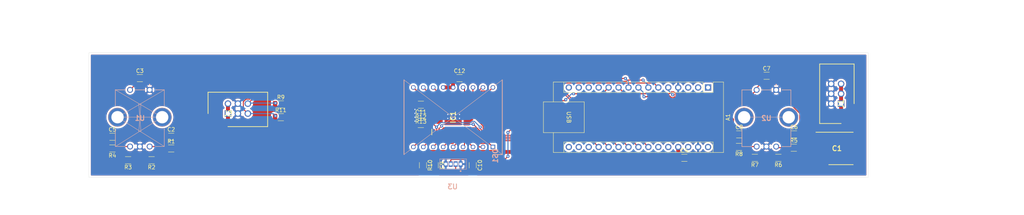
<source format=kicad_pcb>
(kicad_pcb (version 20240108) (generator "pcbnew") (generator_version "8.0")
  (layers (0 "F.Cu" signal) (31 "B.Cu" signal) (34 "B.Paste" user) (35 "F.Paste" user) (36 "B.SilkS" user "B.Silkscreen") (37 "F.SilkS" user "F.Silkscreen") (38 "B.Mask" user) (39 "F.Mask" user) (44 "Edge.Cuts" user))
  (net 0 "")
  (net 1 "GNDD")
  (net 4 "+5V")
  (net 5 "Net-(A1-D3)")
  (net 8 "blank")
  (net 9 "SDA")
  (net 11 "data")
  (net 12 "xlat")
  (net 13 "sclk")
  (net 14 "Net-(A1-D5)")
  (net 15 "SCL")
  (net 18 "Net-(A1-D4)")
  (net 20 "Net-(DS1-SEGMENT_\"A1\")")
  (net 21 "Net-(DS1-SEGMENT_\"C1\")")
  (net 22 "Net-(DS1-SEGMENT_\"B1\")")
  (net 23 "Net-(DS1-SEGMENT_\"C2\")")
  (net 24 "Net-(DS1-SEGMENT_\"B2\")")
  (net 25 "Net-(DS1-D.P2)")
  (net 29 "Net-(DS1-SEGMENT_\"A2\")")
  (net 30 "Net-(DS1-SEGMENT_\"D1\")")
  (net 31 "Net-(DS1-D.P1)")
  (net 32 "Net-(DS1-SEGMENT_\"G2\")")
  (net 33 "Net-(U1-CHANNEL_A)")
  (net 34 "Net-(U1-CHANNEL_B)")
  (net 35 "Net-(DS1-SEGMENT_\"F1\")")
  (net 36 "Net-(DS1-SEGMENT_\"E1\")")
  (net 37 "Net-(DS1-SEGMENT_\"G1\")")
  (net 38 "Net-(DS1-SEGMENT_\"F2\")")
  (net 39 "Net-(DS1-SEGMENT_\"D2\")")
  (net 40 "Net-(DS1-SEGMENT_\"E2\")")
  (net 41 "Net-(U3-VS)")
  (net 42 "Net-(U2-CHANNEL_A)")
  (net 43 "Net-(U2-CHANNEL_B)")
  (net 52 "Net-(IC1-IREF)")
  (net 56 "IR")
  (net 57 "Net-(A1-D6)")
  (net 58 "Net-(A1-D7)")
  (net 59 "unconnected-(A1-D12-Pad15)")
  (net 64 "Net-(A1-D2)")
  (footprint "Capacitor_SMD:C_1206_3216Metric" (layer "F.Cu") (at 223.05 104.39)
    (property "Reference" "C8" (at 0 -1.85 0) (layer "F.SilkS"))
    (property "Value" "0.01uf")
    (pad "1" smd roundrect (at -1.475 0) (size 1.15 1.8) (layers "F.Cu" "F.Paste" "F.Mask") (roundrect_rratio 0.217391) (net 14 "Net-(A1-D5)"))
    (pad "2" smd roundrect (at 1.475 0) (size 1.15 1.8) (layers "F.Cu" "F.Paste" "F.Mask") (roundrect_rratio 0.217391) (net 1 "GNDD"))
  )
  (footprint "Capacitor_SMD:C_1206_3216Metric" (layer "F.Cu") (at 63 105)
    (property "Reference" "C5" (at 0 -1.85 0) (layer "F.SilkS"))
    (property "Value" "0.01uf")
    (pad "1" smd roundrect (at -1.475 0) (size 1.15 1.8) (layers "F.Cu" "F.Paste" "F.Mask") (roundrect_rratio 0.217391) (net 18 "Net-(A1-D4)"))
    (pad "2" smd roundrect (at 1.475 0) (size 1.15 1.8) (layers "F.Cu" "F.Paste" "F.Mask") (roundrect_rratio 0.217391) (net 1 "GNDD"))
  )
  (footprint "Capacitor_SMD:C_1206_3216Metric" (layer "F.Cu") (at 237.05 104.39)
    (property "Reference" "C6" (at 0 -1.85 0) (layer "F.SilkS"))
    (property "Value" "0.01uf")
    (pad "1" smd roundrect (at -1.475 0) (size 1.15 1.8) (layers "F.Cu" "F.Paste" "F.Mask") (roundrect_rratio 0.217391) (net 1 "GNDD"))
    (pad "2" smd roundrect (at 1.475 0) (size 1.15 1.8) (layers "F.Cu" "F.Paste" "F.Mask") (roundrect_rratio 0.217391) (net 64 "Net-(A1-D2)"))
  )
  (footprint "Capacitor_SMD:C_1206_3216Metric" (layer "F.Cu") (at 151.63 90)
    (property "Reference" "C12" (at 0 -1.85 0) (layer "F.SilkS"))
    (property "Value" "1uf")
    (pad "1" smd roundrect (at -1.475 0) (size 1.15 1.8) (layers "F.Cu" "F.Paste" "F.Mask") (roundrect_rratio 0.217391) (net 4 "+5V"))
    (pad "2" smd roundrect (at 1.475 0) (size 1.15 1.8) (layers "F.Cu" "F.Paste" "F.Mask") (roundrect_rratio 0.217391) (net 1 "GNDD"))
  )
  (footprint "Resistor_SMD:R_1206_3216Metric" (layer "F.Cu") (at 233.05 110.39 180)
    (property "Reference" "R6" (at 0 -1.82 0) (layer "F.SilkS"))
    (property "Value" "10k")
    (pad "1" smd roundrect (at -1.4625 0 180) (size 1.125 1.75) (layers "F.Cu" "F.Paste" "F.Mask") (roundrect_rratio 0.222222) (net 42 "Net-(U2-CHANNEL_A)"))
    (pad "2" smd roundrect (at 1.4625 0 180) (size 1.125 1.75) (layers "F.Cu" "F.Paste" "F.Mask") (roundrect_rratio 0.222222) (net 4 "+5V"))
  )
  (footprint "Resistor_SMD:R_1206_3216Metric" (layer "F.Cu") (at 63 108 180)
    (property "Reference" "R4" (at 0 -1.82 0) (layer "F.SilkS"))
    (property "Value" "10k")
    (pad "1" smd roundrect (at -1.4625 0 180) (size 1.125 1.75) (layers "F.Cu" "F.Paste" "F.Mask") (roundrect_rratio 0.222222) (net 34 "Net-(U1-CHANNEL_B)"))
    (pad "2" smd roundrect (at 1.4625 0 180) (size 1.125 1.75) (layers "F.Cu" "F.Paste" "F.Mask") (roundrect_rratio 0.222222) (net 18 "Net-(A1-D4)"))
  )
  (footprint "Resistor_SMD:R_1206_3216Metric" (layer "F.Cu") (at 223 107.6 180)
    (property "Reference" "R8" (at 0 -1.82 0) (layer "F.SilkS"))
    (property "Value" "10k")
    (pad "1" smd roundrect (at -1.4625 0 180) (size 1.125 1.75) (layers "F.Cu" "F.Paste" "F.Mask") (roundrect_rratio 0.222222) (net 43 "Net-(U2-CHANNEL_B)"))
    (pad "2" smd roundrect (at 1.4625 0 180) (size 1.125 1.75) (layers "F.Cu" "F.Paste" "F.Mask") (roundrect_rratio 0.222222) (net 14 "Net-(A1-D5)"))
  )
  (footprint "Resistor_SMD:R_1206_3216Metric" (layer "F.Cu") (at 227.05 110.39 180)
    (property "Reference" "R7" (at 0 -1.82 0) (layer "F.SilkS"))
    (property "Value" "10k")
    (pad "1" smd roundrect (at -1.4625 0 180) (size 1.125 1.75) (layers "F.Cu" "F.Paste" "F.Mask") (roundrect_rratio 0.222222) (net 4 "+5V"))
    (pad "2" smd roundrect (at 1.4625 0 180) (size 1.125 1.75) (layers "F.Cu" "F.Paste" "F.Mask") (roundrect_rratio 0.222222) (net 43 "Net-(U2-CHANNEL_B)"))
  )
  (footprint "Capacitor_SMD:C_1206_3216Metric" (layer "F.Cu") (at 209.05 110.39)
    (property "Reference" "C4" (at 0 -1.85 0) (layer "F.SilkS"))
    (property "Value" ".1uf")
    (pad "1" smd roundrect (at -1.475 0) (size 1.15 1.8) (layers "F.Cu" "F.Paste" "F.Mask") (roundrect_rratio 0.217391) (net 4 "+5V"))
    (pad "2" smd roundrect (at 1.475 0) (size 1.15 1.8) (layers "F.Cu" "F.Paste" "F.Mask") (roundrect_rratio 0.217391) (net 1 "GNDD"))
  )
  (footprint "Resistor_SMD:R_1206_3216Metric" (layer "F.Cu") (at 106 100)
    (property "Reference" "R11" (at 0 -1.82 0) (layer "F.SilkS"))
    (property "Value" "4.7k")
    (pad "1" smd roundrect (at -1.4625 0) (size 1.125 1.75) (layers "F.Cu" "F.Paste" "F.Mask") (roundrect_rratio 0.222222) (net 15 "SCL"))
    (pad "2" smd roundrect (at 1.4625 0) (size 1.125 1.75) (layers "F.Cu" "F.Paste" "F.Mask") (roundrect_rratio 0.222222) (net 4 "+5V"))
  )
  (footprint "Resistor_SMD:R_1206_3216Metric" (layer "F.Cu") (at 141.77 99.3 180)
    (property "Reference" "R13" (at 0 -1.82 0) (layer "F.SilkS"))
    (property "Value" "2.46k")
    (pad "1" smd roundrect (at -1.4625 0 180) (size 1.125 1.75) (layers "F.Cu" "F.Paste" "F.Mask") (roundrect_rratio 0.222222) (net 52 "Net-(IC1-IREF)"))
    (pad "2" smd roundrect (at 1.4625 0 180) (size 1.125 1.75) (layers "F.Cu" "F.Paste" "F.Mask") (roundrect_rratio 0.222222) (net 1 "GNDD"))
  )
  (footprint "Resistor_SMD:R_1206_3216Metric" (layer "F.Cu") (at 73 111 180)
    (property "Reference" "R2" (at 0 -1.82 0) (layer "F.SilkS"))
    (property "Value" "10k")
    (pad "1" smd roundrect (at -1.4625 0 180) (size 1.125 1.75) (layers "F.Cu" "F.Paste" "F.Mask") (roundrect_rratio 0.222222) (net 33 "Net-(U1-CHANNEL_A)"))
    (pad "2" smd roundrect (at 1.4625 0 180) (size 1.125 1.75) (layers "F.Cu" "F.Paste" "F.Mask") (roundrect_rratio 0.222222) (net 4 "+5V"))
  )
  (footprint "Resistor_SMD:R_1206_3216Metric" (layer "F.Cu") (at 78 108)
    (property "Reference" "R1" (at 0 -1.82 0) (layer "F.SilkS"))
    (property "Value" "10k")
    (pad "1" smd roundrect (at -1.4625 0) (size 1.125 1.75) (layers "F.Cu" "F.Paste" "F.Mask") (roundrect_rratio 0.222222) (net 33 "Net-(U1-CHANNEL_A)"))
    (pad "2" smd roundrect (at 1.4625 0) (size 1.125 1.75) (layers "F.Cu" "F.Paste" "F.Mask") (roundrect_rratio 0.222222) (net 5 "Net-(A1-D3)"))
  )
  (footprint "Resistor_SMD:R_1206_3216Metric" (layer "F.Cu") (at 141.75 101.75)
    (property "Reference" "R12" (at 0 -1.82 0) (layer "F.SilkS"))
    (property "Value" "10k")
    (pad "1" smd roundrect (at -1.4625 0) (size 1.125 1.75) (layers "F.Cu" "F.Paste" "F.Mask") (roundrect_rratio 0.222222) (net 1 "GNDD"))
    (pad "2" smd roundrect (at 1.4625 0) (size 1.125 1.75) (layers "F.Cu" "F.Paste" "F.Mask") (roundrect_rratio 0.222222) (net 8 "blank"))
  )
  (footprint "Samacsys:SHDR6W64P254_2X3_1522X880X920P" (layer "F.Cu") (at 92.5 99.07)
    (property "Reference" "J2" (at 0 0 0) (layer "F.SilkS") (effects (font (size 1.27 1.27) (thickness 0.254))))
    (property "Value" "BHR-06-VUA" (hide yes))
    (pad "1" thru_hole rect (at 0 0) (size 1.65 1.65) (drill 1.1) (layers "*.Cu" "*.Mask") (net 4 "+5V"))
    (pad "2" thru_hole circle (at 0 -2.54) (size 1.65 1.65) (drill 1.1) (layers "*.Cu" "*.Mask") (net 4 "+5V"))
    (pad "3" thru_hole circle (at 2.54 0) (size 1.65 1.65) (drill 1.1) (layers "*.Cu" "*.Mask") (net 1 "GNDD"))
    (pad "4" thru_hole circle (at 2.54 -2.54) (size 1.65 1.65) (drill 1.1) (layers "*.Cu" "*.Mask") (net 1 "GNDD"))
    (pad "5" thru_hole circle (at 5.08 0) (size 1.65 1.65) (drill 1.1) (layers "*.Cu" "*.Mask") (net 15 "SCL"))
    (pad "6" thru_hole circle (at 5.08 -2.54) (size 1.65 1.65) (drill 1.1) (layers "*.Cu" "*.Mask") (net 9 "SDA"))
  )
  (footprint "Samacsys:CAPAE830X1050N" (layer "F.Cu") (at 248 108)
    (property "Reference" "C1" (at 0 0 0) (layer "F.SilkS") (effects (font (size 1.27 1.27) (thickness 0.254))))
    (property "Value" "UUD1V101MNL1GS" (hide yes))
    (pad "1" smd rect (at -3.35 0 90) (size 2.15 4) (layers "F.Cu" "F.Paste" "F.Mask") (net 4 "+5V"))
    (pad "2" smd rect (at 3.35 0 90) (size 2.15 4) (layers "F.Cu" "F.Paste" "F.Mask") (net 1 "GNDD"))
  )
  (footprint "Resistor_SMD:R_1206_3216Metric" (layer "F.Cu") (at 67 111 180)
    (property "Reference" "R3" (at 0 -1.82 0) (layer "F.SilkS"))
    (property "Value" "10k")
    (pad "1" smd roundrect (at -1.4625 0 180) (size 1.125 1.75) (layers "F.Cu" "F.Paste" "F.Mask") (roundrect_rratio 0.222222) (net 4 "+5V"))
    (pad "2" smd roundrect (at 1.4625 0 180) (size 1.125 1.75) (layers "F.Cu" "F.Paste" "F.Mask") (roundrect_rratio 0.222222) (net 34 "Net-(U1-CHANNEL_B)"))
  )
  (footprint "Capacitor_SMD:C_1206_3216Metric" (layer "F.Cu") (at 78 105)
    (property "Reference" "C2" (at 0 -1.85 0) (layer "F.SilkS"))
    (property "Value" "0.01uf")
    (pad "1" smd roundrect (at -1.475 0) (size 1.15 1.8) (layers "F.Cu" "F.Paste" "F.Mask") (roundrect_rratio 0.217391) (net 1 "GNDD"))
    (pad "2" smd roundrect (at 1.475 0) (size 1.15 1.8) (layers "F.Cu" "F.Paste" "F.Mask") (roundrect_rratio 0.217391) (net 5 "Net-(A1-D3)"))
  )
  (footprint "Samacsys:SOP65P810X120-33N" (layer "F.Cu") (at 150 100 90)
    (property "Reference" "IC1" (at 0 0 90) (layer "F.SilkS") (effects (font (size 1.27 1.27) (thickness 0.254))))
    (property "Value" "TLC5947DAPR" (hide yes))
    (pad "1" smd rect (at -3.788 -4.875 180) (size 0.45 1.475) (layers "F.Cu" "F.Paste" "F.Mask") (net 1 "GNDD"))
    (pad "2" smd rect (at -3.788 -4.225 180) (size 0.45 1.475) (layers "F.Cu" "F.Paste" "F.Mask") (net 8 "blank"))
    (pad "3" smd rect (at -3.788 -3.575 180) (size 0.45 1.475) (layers "F.Cu" "F.Paste" "F.Mask") (net 13 "sclk"))
    (pad "4" smd rect (at -3.788 -2.925 180) (size 0.45 1.475) (layers "F.Cu" "F.Paste" "F.Mask") (net 11 "data"))
    (pad "5" smd rect (at -3.788 -2.275 180) (size 0.45 1.475) (layers "F.Cu" "F.Paste" "F.Mask"))
    (pad "6" smd rect (at -3.788 -1.625 180) (size 0.45 1.475) (layers "F.Cu" "F.Paste" "F.Mask"))
    (pad "7" smd rect (at -3.788 -0.975 180) (size 0.45 1.475) (layers "F.Cu" "F.Paste" "F.Mask"))
    (pad "8" smd rect (at -3.788 -0.325 180) (size 0.45 1.475) (layers "F.Cu" "F.Paste" "F.Mask") (net 25 "Net-(DS1-D.P2)"))
    (pad "9" smd rect (at -3.788 0.325 180) (size 0.45 1.475) (layers "F.Cu" "F.Paste" "F.Mask") (net 23 "Net-(DS1-SEGMENT_\"C2\")"))
    (pad "10" smd rect (at -3.788 0.975 180) (size 0.45 1.475) (layers "F.Cu" "F.Paste" "F.Mask") (net 32 "Net-(DS1-SEGMENT_\"G2\")"))
    (pad "11" smd rect (at -3.788 1.625 180) (size 0.45 1.475) (layers "F.Cu" "F.Paste" "F.Mask") (net 39 "Net-(DS1-SEGMENT_\"D2\")"))
    (pad "12" smd rect (at -3.788 2.275 180) (size 0.45 1.475) (layers "F.Cu" "F.Paste" "F.Mask") (net 40 "Net-(DS1-SEGMENT_\"E2\")"))
    (pad "13" smd rect (at -3.788 2.925 180) (size 0.45 1.475) (layers "F.Cu" "F.Paste" "F.Mask") (net 31 "Net-(DS1-D.P1)"))
    (pad "14" smd rect (at -3.788 3.575 180) (size 0.45 1.475) (layers "F.Cu" "F.Paste" "F.Mask") (net 21 "Net-(DS1-SEGMENT_\"C1\")"))
    (pad "15" smd rect (at -3.788 4.225 180) (size 0.45 1.475) (layers "F.Cu" "F.Paste" "F.Mask") (net 30 "Net-(DS1-SEGMENT_\"D1\")"))
    (pad "16" smd rect (at -3.788 4.875 180) (size 0.45 1.475) (layers "F.Cu" "F.Paste" "F.Mask") (net 36 "Net-(DS1-SEGMENT_\"E1\")"))
    (pad "17" smd rect (at 3.788 4.875 180) (size 0.45 1.475) (layers "F.Cu" "F.Paste" "F.Mask") (net 35 "Net-(DS1-SEGMENT_\"F1\")"))
    (pad "18" smd rect (at 3.788 4.225 180) (size 0.45 1.475) (layers "F.Cu" "F.Paste" "F.Mask") (net 37 "Net-(DS1-SEGMENT_\"G1\")"))
    (pad "19" smd rect (at 3.788 3.575 180) (size 0.45 1.475) (layers "F.Cu" "F.Paste" "F.Mask") (net 20 "Net-(DS1-SEGMENT_\"A1\")"))
    (pad "20" smd rect (at 3.788 2.925 180) (size 0.45 1.475) (layers "F.Cu" "F.Paste" "F.Mask") (net 22 "Net-(DS1-SEGMENT_\"B1\")"))
    (pad "21" smd rect (at 3.788 2.275 180) (size 0.45 1.475) (layers "F.Cu" "F.Paste" "F.Mask") (net 38 "Net-(DS1-SEGMENT_\"F2\")"))
    (pad "22" smd rect (at 3.788 1.625 180) (size 0.45 1.475) (layers "F.Cu" "F.Paste" "F.Mask") (net 29 "Net-(DS1-SEGMENT_\"A2\")"))
    (pad "23" smd rect (at 3.788 0.975 180) (size 0.45 1.475) (layers "F.Cu" "F.Paste" "F.Mask") (net 24 "Net-(DS1-SEGMENT_\"B2\")"))
    (pad "24" smd rect (at 3.788 0.325 180) (size 0.45 1.475) (layers "F.Cu" "F.Paste" "F.Mask"))
    (pad "25" smd rect (at 3.788 -0.325 180) (size 0.45 1.475) (layers "F.Cu" "F.Paste" "F.Mask"))
    (pad "26" smd rect (at 3.788 -0.975 180) (size 0.45 1.475) (layers "F.Cu" "F.Paste" "F.Mask"))
    (pad "27" smd rect (at 3.788 -1.625 180) (size 0.45 1.475) (layers "F.Cu" "F.Paste" "F.Mask"))
    (pad "28" smd rect (at 3.788 -2.275 180) (size 0.45 1.475) (layers "F.Cu" "F.Paste" "F.Mask"))
    (pad "29" smd rect (at 3.788 -2.925 180) (size 0.45 1.475) (layers "F.Cu" "F.Paste" "F.Mask"))
    (pad "30" smd rect (at 3.788 -3.575 180) (size 0.45 1.475) (layers "F.Cu" "F.Paste" "F.Mask") (net 12 "xlat"))
    (pad "31" smd rect (at 3.788 -4.225 180) (size 0.45 1.475) (layers "F.Cu" "F.Paste" "F.Mask") (net 52 "Net-(IC1-IREF)"))
    (pad "32" smd rect (at 3.788 -4.875 180) (size 0.45 1.475) (layers "F.Cu" "F.Paste" "F.Mask") (net 4 "+5V"))
    (pad "33" smd rect (at 0 0 90) (size 4.11 4.36) (layers "F.Cu" "F.Paste" "F.Mask") (net 1 "GNDD"))
  )
  (footprint "Resistor_SMD:R_1206_3216Metric" (layer "F.Cu") (at 106 96.71)
    (property "Reference" "R9" (at 0 -1.82 0) (layer "F.SilkS"))
    (property "Value" "4.7k")
    (pad "1" smd roundrect (at -1.4625 0) (size 1.125 1.75) (layers "F.Cu" "F.Paste" "F.Mask") (roundrect_rratio 0.222222) (net 9 "SDA"))
    (pad "2" smd roundrect (at 1.4625 0) (size 1.125 1.75) (layers "F.Cu" "F.Paste" "F.Mask") (roundrect_rratio 0.222222) (net 4 "+5V"))
  )
  (footprint "Module:Arduino_Nano" (layer "F.Cu") (at 215.1 92.39 -90)
    (property "Reference" "A1" (at 7.62 -5.08 90) (layer "F.SilkS"))
    (property "Value" "Arduino_Nano_v3.x")
    (fp_text user "USB" (at 7.62 35.56 -90) (layer "F.SilkS"))
    (pad "1" thru_hole rect (at 0 0 270) (size 1.6 1.6) (drill 1) (layers "*.Cu" "*.Mask"))
    (pad "2" thru_hole oval (at 0 2.54 270) (size 1.6 1.6) (drill 1) (layers "*.Cu" "*.Mask"))
    (pad "3" thru_hole oval (at 0 5.08 270) (size 1.6 1.6) (drill 1) (layers "*.Cu" "*.Mask"))
    (pad "4" thru_hole oval (at 0 7.62 270) (size 1.6 1.6) (drill 1) (layers "*.Cu" "*.Mask") (net 1 "GNDD"))
    (pad "5" thru_hole oval (at 0 10.16 270) (size 1.6 1.6) (drill 1) (layers "*.Cu" "*.Mask") (net 64 "Net-(A1-D2)"))
    (pad "6" thru_hole oval (at 0 12.7 270) (size 1.6 1.6) (drill 1) (layers "*.Cu" "*.Mask") (net 5 "Net-(A1-D3)"))
    (pad "7" thru_hole oval (at 0 15.24 270) (size 1.6 1.6) (drill 1) (layers "*.Cu" "*.Mask") (net 18 "Net-(A1-D4)"))
    (pad "8" thru_hole oval (at 0 17.78 270) (size 1.6 1.6) (drill 1) (layers "*.Cu" "*.Mask") (net 14 "Net-(A1-D5)"))
    (pad "9" thru_hole oval (at 0 20.32 270) (size 1.6 1.6) (drill 1) (layers "*.Cu" "*.Mask") (net 57 "Net-(A1-D6)"))
    (pad "10" thru_hole oval (at 0 22.86 270) (size 1.6 1.6) (drill 1) (layers "*.Cu" "*.Mask") (net 58 "Net-(A1-D7)"))
    (pad "11" thru_hole oval (at 0 25.4 270) (size 1.6 1.6) (drill 1) (layers "*.Cu" "*.Mask") (net 56 "IR"))
    (pad "12" thru_hole oval (at 0 27.94 270) (size 1.6 1.6) (drill 1) (layers "*.Cu" "*.Mask"))
    (pad "13" thru_hole oval (at 0 30.48 270) (size 1.6 1.6) (drill 1) (layers "*.Cu" "*.Mask"))
    (pad "14" thru_hole oval (at 0 33.02 270) (size 1.6 1.6) (drill 1) (layers "*.Cu" "*.Mask"))
    (pad "15" thru_hole oval (at 0 35.56 270) (size 1.6 1.6) (drill 1) (layers "*.Cu" "*.Mask") (net 59 "unconnected-(A1-D12-Pad15)"))
    (pad "16" thru_hole oval (at 15.24 35.56 270) (size 1.6 1.6) (drill 1) (layers "*.Cu" "*.Mask"))
    (pad "17" thru_hole oval (at 15.24 33.02 270) (size 1.6 1.6) (drill 1) (layers "*.Cu" "*.Mask"))
    (pad "18" thru_hole oval (at 15.24 30.48 270) (size 1.6 1.6) (drill 1) (layers "*.Cu" "*.Mask"))
    (pad "19" thru_hole oval (at 15.24 27.94 270) (size 1.6 1.6) (drill 1) (layers "*.Cu" "*.Mask") (net 11 "data"))
    (pad "20" thru_hole oval (at 15.24 25.4 270) (size 1.6 1.6) (drill 1) (layers "*.Cu" "*.Mask") (net 13 "sclk"))
    (pad "21" thru_hole oval (at 15.24 22.86 270) (size 1.6 1.6) (drill 1) (layers "*.Cu" "*.Mask") (net 8 "blank"))
    (pad "22" thru_hole oval (at 15.24 20.32 270) (size 1.6 1.6) (drill 1) (layers "*.Cu" "*.Mask") (net 12 "xlat"))
    (pad "23" thru_hole oval (at 15.24 17.78 270) (size 1.6 1.6) (drill 1) (layers "*.Cu" "*.Mask") (net 9 "SDA"))
    (pad "24" thru_hole oval (at 15.24 15.24 270) (size 1.6 1.6) (drill 1) (layers "*.Cu" "*.Mask") (net 15 "SCL"))
    (pad "25" thru_hole oval (at 15.24 12.7 270) (size 1.6 1.6) (drill 1) (layers "*.Cu" "*.Mask"))
    (pad "26" thru_hole oval (at 15.24 10.16 270) (size 1.6 1.6) (drill 1) (layers "*.Cu" "*.Mask"))
    (pad "27" thru_hole oval (at 15.24 7.62 270) (size 1.6 1.6) (drill 1) (layers "*.Cu" "*.Mask") (net 4 "+5V"))
    (pad "28" thru_hole oval (at 15.24 5.08 270) (size 1.6 1.6) (drill 1) (layers "*.Cu" "*.Mask"))
    (pad "29" thru_hole oval (at 15.24 2.54 270) (size 1.6 1.6) (drill 1) (layers "*.Cu" "*.Mask") (net 1 "GNDD"))
    (pad "30" thru_hole oval (at 15.24 0 270) (size 1.6 1.6) (drill 1) (layers "*.Cu" "*.Mask"))
  )
  (footprint "Resistor_SMD:R_1206_3216Metric" (layer "F.Cu") (at 237 107.8)
    (property "Reference" "R5" (at 0 -1.82 0) (layer "F.SilkS"))
    (property "Value" "10k")
    (pad "1" smd roundrect (at -1.4625 0) (size 1.125 1.75) (layers "F.Cu" "F.Paste" "F.Mask") (roundrect_rratio 0.222222) (net 42 "Net-(U2-CHANNEL_A)"))
    (pad "2" smd roundrect (at 1.4625 0) (size 1.125 1.75) (layers "F.Cu" "F.Paste" "F.Mask") (roundrect_rratio 0.222222) (net 64 "Net-(A1-D2)"))
  )
  (footprint "Capacitor_SMD:C_1206_3216Metric" (layer "F.Cu") (at 145.3 112.3 -90)
    (property "Reference" "C9" (at 0 -1.85 90) (layer "F.SilkS"))
    (property "Value" "10uf")
    (pad "1" smd roundrect (at -1.475 0 270) (size 1.15 1.8) (layers "F.Cu" "F.Paste" "F.Mask") (roundrect_rratio 0.217391) (net 1 "GNDD"))
    (pad "2" smd roundrect (at 1.475 0 270) (size 1.15 1.8) (layers "F.Cu" "F.Paste" "F.Mask") (roundrect_rratio 0.217391) (net 41 "Net-(U3-VS)"))
  )
  (footprint "Capacitor_SMD:C_1206_3216Metric" (layer "F.Cu") (at 141.77 96.8 180)
    (property "Reference" "C11" (at 0 -1.85 0) (layer "F.SilkS"))
    (property "Value" ".1uf")
    (pad "1" smd roundrect (at -1.475 0 180) (size 1.15 1.8) (layers "F.Cu" "F.Paste" "F.Mask") (roundrect_rratio 0.217391) (net 4 "+5V"))
    (pad "2" smd roundrect (at 1.475 0 180) (size 1.15 1.8) (layers "F.Cu" "F.Paste" "F.Mask") (roundrect_rratio 0.217391) (net 1 "GNDD"))
  )
  (footprint "Samacsys:SHDR6W64P254_2X3_1522X880X920P" (layer "F.Cu") (at 249.07 96.53 90)
    (property "Reference" "J1" (at 0 0 90) (layer "F.SilkS") (effects (font (size 1.27 1.27) (thickness 0.254))))
    (property "Value" "BHR-06-VUA" (hide yes))
    (pad "1" thru_hole rect (at 0 0 90) (size 1.65 1.65) (drill 1.1) (layers "*.Cu" "*.Mask") (net 4 "+5V"))
    (pad "2" thru_hole circle (at 0 -2.54 90) (size 1.65 1.65) (drill 1.1) (layers "*.Cu" "*.Mask") (net 1 "GNDD"))
    (pad "3" thru_hole circle (at 2.54 0 90) (size 1.65 1.65) (drill 1.1) (layers "*.Cu" "*.Mask") (net 4 "+5V"))
    (pad "4" thru_hole circle (at 2.54 -2.54 90) (size 1.65 1.65) (drill 1.1) (layers "*.Cu" "*.Mask") (net 1 "GNDD"))
    (pad "5" thru_hole circle (at 5.08 0 90) (size 1.65 1.65) (drill 1.1) (layers "*.Cu" "*.Mask") (net 4 "+5V"))
    (pad "6" thru_hole circle (at 5.08 -2.54 90) (size 1.65 1.65) (drill 1.1) (layers "*.Cu" "*.Mask") (net 1 "GNDD"))
  )
  (footprint "Resistor_SMD:R_1206_3216Metric" (layer "F.Cu") (at 142.3 112.3 -90)
    (property "Reference" "R10" (at 0 -1.82 90) (layer "F.SilkS"))
    (property "Value" "100")
    (pad "1" smd roundrect (at -1.4625 0 270) (size 1.125 1.75) (layers "F.Cu" "F.Paste" "F.Mask") (roundrect_rratio 0.222222) (net 4 "+5V"))
    (pad "2" smd roundrect (at 1.4625 0 270) (size 1.125 1.75) (layers "F.Cu" "F.Paste" "F.Mask") (roundrect_rratio 0.222222) (net 41 "Net-(U3-VS)"))
  )
  (footprint "Capacitor_SMD:C_1206_3216Metric" (layer "F.Cu") (at 155 112.3 -90)
    (property "Reference" "C10" (at 0 -1.85 90) (layer "F.SilkS"))
    (property "Value" "10nf")
    (pad "1" smd roundrect (at -1.475 0 270) (size 1.15 1.8) (layers "F.Cu" "F.Paste" "F.Mask") (roundrect_rratio 0.217391) (net 56 "IR"))
    (pad "2" smd roundrect (at 1.475 0 270) (size 1.15 1.8) (layers "F.Cu" "F.Paste" "F.Mask") (roundrect_rratio 0.217391) (net 1 "GNDD"))
  )
  (footprint "Capacitor_SMD:C_1206_3216Metric" (layer "F.Cu") (at 230.05 89.39)
    (property "Reference" "C7" (at 0 -1.85 0) (layer "F.SilkS"))
    (property "Value" "0.01uf")
    (pad "1" smd roundrect (at -1.475 0) (size 1.15 1.8) (layers "F.Cu" "F.Paste" "F.Mask") (roundrect_rratio 0.217391) (net 58 "Net-(A1-D7)"))
    (pad "2" smd roundrect (at 1.475 0) (size 1.15 1.8) (layers "F.Cu" "F.Paste" "F.Mask") (roundrect_rratio 0.217391) (net 1 "GNDD"))
  )
  (footprint "Capacitor_SMD:C_1206_3216Metric" (layer "F.Cu") (at 70 90)
    (property "Reference" "C3" (at 0 -1.85 0) (layer "F.SilkS"))
    (property "Value" "0.01uf")
    (pad "1" smd roundrect (at -1.475 0) (size 1.15 1.8) (layers "F.Cu" "F.Paste" "F.Mask") (roundrect_rratio 0.217391) (net 57 "Net-(A1-D6)"))
    (pad "2" smd roundrect (at 1.475 0) (size 1.15 1.8) (layers "F.Cu" "F.Paste" "F.Mask") (roundrect_rratio 0.217391) (net 1 "GNDD"))
  )
  (footprint "Samacsys:PEC11R4330FS0012" (layer "B.Cu") (at 230 100 180)
    (property "Reference" "U2" (at 0 -0.26 0) (layer "B.SilkS") (effects (font (size 1.27 1.27) (thickness 0.254)) (justify mirror)))
    (property "Value" "PEC11R-4330F-S0012" (hide yes))
    (pad "1" thru_hole circle (at -2.5 6.99 180) (size 1.5 1.5) (drill 1) (layers "*.Cu" "*.Mask") (net 1 "GNDD"))
    (pad "2" thru_hole circle (at 2.5 6.99 180) (size 1.5 1.5) (drill 1) (layers "*.Cu" "*.Mask") (net 58 "Net-(A1-D7)"))
    (pad "A1" thru_hole circle (at -2.5 -7.51 180) (size 1.5 1.5) (drill 1) (layers "*.Cu" "*.Mask") (net 42 "Net-(U2-CHANNEL_A)"))
    (pad "B1" thru_hole circle (at 2.5 -7.51 180) (size 1.5 1.5) (drill 1) (layers "*.Cu" "*.Mask") (net 43 "Net-(U2-CHANNEL_B)"))
    (pad "C1" thru_hole circle (at 0 -7.51 180) (size 1.5 1.5) (drill 1) (layers "*.Cu" "*.Mask") (net 1 "GNDD"))
    (pad "MH1" thru_hole circle (at -5.7 -0.01 180) (size 4.743 4.743) (drill 3.16228) (layers "*.Cu" "*.Mask"))
    (pad "MH2" thru_hole circle (at 5.7 -0.01 180) (size 4.743 4.743) (drill 3.16228) (layers "*.Cu" "*.Mask"))
  )
  (footprint "Samacsys:PEC11R4330FS0012" (layer "B.Cu") (at 70 100 180)
    (property "Reference" "U1" (at 0 -0.25 0) (layer "B.SilkS") (effects (font (size 1.27 1.27) (thickness 0.254)) (justify mirror)))
    (property "Value" "PEC11R-4330F-S0012" (hide yes))
    (pad "1" thru_hole circle (at -2.5 7 180) (size 1.5 1.5) (drill 1) (layers "*.Cu" "*.Mask") (net 1 "GNDD"))
    (pad "2" thru_hole circle (at 2.5 7 180) (size 1.5 1.5) (drill 1) (layers "*.Cu" "*.Mask") (net 57 "Net-(A1-D6)"))
    (pad "A1" thru_hole circle (at -2.5 -7.5 180) (size 1.5 1.5) (drill 1) (layers "*.Cu" "*.Mask") (net 33 "Net-(U1-CHANNEL_A)"))
    (pad "B1" thru_hole circle (at 2.5 -7.5 180) (size 1.5 1.5) (drill 1) (layers "*.Cu" "*.Mask") (net 34 "Net-(U1-CHANNEL_B)"))
    (pad "C1" thru_hole circle (at 0 -7.5 180) (size 1.5 1.5) (drill 1) (layers "*.Cu" "*.Mask") (net 1 "GNDD"))
    (pad "MH1" thru_hole circle (at -5.7 0 180) (size 4.743 4.743) (drill 3.16228) (layers "*.Cu" "*.Mask"))
    (pad "MH2" thru_hole circle (at 5.7 0 180) (size 4.743 4.743) (drill 3.16228) (layers "*.Cu" "*.Mask"))
  )
  (footprint "Samacsys:TSOP39238" (layer "B.Cu") (at 150 112.3 180)
    (property "Reference" "U3" (at 0.13 -5.478 0) (layer "B.SilkS") (effects (font (size 1.27 1.27) (thickness 0.254)) (justify mirror)))
    (property "Value" "TSOP39238" (hide yes))
    (pad "1" thru_hole rect (at -1.91 0.302 180) (size 1 1.4) (drill 0.75) (layers "*.Cu" "*.Mask") (net 1 "GNDD"))
    (pad "2" thru_hole rect (at -0.64 0.302 180) (size 1 1.4) (drill 0.75) (layers "*.Cu" "*.Mask") (net 41 "Net-(U3-VS)"))
    (pad "3" thru_hole rect (at 0.63 0.302 180) (size 1 1.4) (drill 0.75) (layers "*.Cu" "*.Mask") (net 56 "IR"))
    (pad "4" thru_hole rect (at 1.9 0.302 180) (size 1 1.4) (drill 0.75) (layers "*.Cu" "*.Mask") (net 1 "GNDD"))
  )
  (footprint "Samacsys:DIPS1524W50P254L2500H830Q18N" (layer "B.Cu") (at 150 100 90)
    (property "Reference" "DS1" (at -9.92 10.79 -90) (layer "B.SilkS") (effects (font (size 1.27 1.27) (thickness 0.254)) (justify mirror)))
    (property "Value" "LBP-602DK2" (hide yes))
    (pad "1" thru_hole rect (at -7.62 10.16 90) (size 1.15 1.15) (drill 0.75) (layers "*.Cu" "*.Mask") (net 36 "Net-(DS1-SEGMENT_\"E1\")"))
    (pad "2" thru_hole circle (at -7.62 7.62 90) (size 1.15 1.15) (drill 0.75) (layers "*.Cu" "*.Mask") (net 30 "Net-(DS1-SEGMENT_\"D1\")"))
    (pad "3" thru_hole circle (at -7.62 5.08 90) (size 1.15 1.15) (drill 0.75) (layers "*.Cu" "*.Mask") (net 21 "Net-(DS1-SEGMENT_\"C1\")"))
    (pad "4" thru_hole circle (at -7.62 2.54 90) (size 1.15 1.15) (drill 0.75) (layers "*.Cu" "*.Mask") (net 31 "Net-(DS1-D.P1)"))
    (pad "5" thru_hole circle (at -7.62 0 90) (size 1.15 1.15) (drill 0.75) (layers "*.Cu" "*.Mask") (net 40 "Net-(DS1-SEGMENT_\"E2\")"))
    (pad "6" thru_hole circle (at -7.62 -2.54 90) (size 1.15 1.15) (drill 0.75) (layers "*.Cu" "*.Mask") (net 39 "Net-(DS1-SEGMENT_\"D2\")"))
    (pad "7" thru_hole circle (at -7.62 -5.08 90) (size 1.15 1.15) (drill 0.75) (layers "*.Cu" "*.Mask") (net 32 "Net-(DS1-SEGMENT_\"G2\")"))
    (pad "8" thru_hole circle (at -7.62 -7.62 90) (size 1.15 1.15) (drill 0.75) (layers "*.Cu" "*.Mask") (net 23 "Net-(DS1-SEGMENT_\"C2\")"))
    (pad "9" thru_hole circle (at -7.62 -10.16 90) (size 1.15 1.15) (drill 0.75) (layers "*.Cu" "*.Mask") (net 25 "Net-(DS1-D.P2)"))
    (pad "10" thru_hole circle (at 7.62 -10.16 90) (size 1.15 1.15) (drill 0.75) (layers "*.Cu" "*.Mask") (net 24 "Net-(DS1-SEGMENT_\"B2\")"))
    (pad "11" thru_hole circle (at 7.62 -7.62 90) (size 1.15 1.15) (drill 0.75) (layers "*.Cu" "*.Mask") (net 29 "Net-(DS1-SEGMENT_\"A2\")"))
    (pad "12" thru_hole circle (at 7.62 -5.08 90) (size 1.15 1.15) (drill 0.75) (layers "*.Cu" "*.Mask") (net 38 "Net-(DS1-SEGMENT_\"F2\")"))
    (pad "13" thru_hole circle (at 7.62 -2.54 90) (size 1.15 1.15) (drill 0.75) (layers "*.Cu" "*.Mask") (net 4 "+5V"))
    (pad "14" thru_hole circle (at 7.62 0 90) (size 1.15 1.15) (drill 0.75) (layers "*.Cu" "*.Mask") (net 4 "+5V"))
    (pad "15" thru_hole circle (at 7.62 2.54 90) (size 1.15 1.15) (drill 0.75) (layers "*.Cu" "*.Mask") (net 22 "Net-(DS1-SEGMENT_\"B1\")"))
    (pad "16" thru_hole circle (at 7.62 5.08 90) (size 1.15 1.15) (drill 0.75) (layers "*.Cu" "*.Mask") (net 20 "Net-(DS1-SEGMENT_\"A1\")"))
    (pad "17" thru_hole circle (at 7.62 7.62 90) (size 1.15 1.15) (drill 0.75) (layers "*.Cu" "*.Mask") (net 37 "Net-(DS1-SEGMENT_\"G1\")"))
    (pad "18" thru_hole circle (at 7.62 10.16 90) (size 1.15 1.15) (drill 0.75) (layers "*.Cu" "*.Mask") (net 35 "Net-(DS1-SEGMENT_\"F1\")"))
  )
  (gr_rect (start 57 83.5) (end 256 115.4) (stroke (width 0.05)) (fill none) (layer "Edge.Cuts"))
  (segment (start 65.576256 104.39) (end 64.575 104.39) (width 0.254) (layer "F.Cu") (net 1))
  (via (at 148.63 100.3) (size 0.8) (drill 0.3) (layers "F.Cu" "B.Cu") (net 1))
  (via (at 140.25 101) (size 0.8) (drill 0.3) (layers "F.Cu" "B.Cu") (net 1))
  (via (at 140.25 98) (size 0.8) (drill 0.3) (layers "F.Cu" "B.Cu") (net 1))
  (via (at 140.25 100) (size 0.8) (drill 0.3) (layers "F.Cu" "B.Cu") (net 1))
  (via (at 149.63 100.3) (size 0.8) (drill 0.3) (layers "F.Cu" "B.Cu") (net 1))
  (via (at 151.63 99.3) (size 0.8) (drill 0.3) (layers "F.Cu" "B.Cu") (net 1))
  (via (at 148.63 99.3) (size 0.8) (drill 0.3) (layers "F.Cu" "B.Cu") (net 1))
  (via (at 140.25 99) (size 0.8) (drill 0.3) (layers "F.Cu" "B.Cu") (net 1))
  (via (at 150.63 99.3) (size 0.8) (drill 0.3) (layers "F.Cu" "B.Cu") (net 1))
  (via (at 149.63 99.3) (size 0.8) (drill 0.3) (layers "F.Cu" "B.Cu") (net 1))
  (via (at 150.63 100.3) (size 0.8) (drill 0.3) (layers "F.Cu" "B.Cu") (net 1))
  (via (at 149.63 100.3) (size 0.8) (drill 0.3) (layers "F.Cu" "B.Cu") (net 1))
  (via (at 151.63 100.3) (size 0.8) (drill 0.3) (layers "F.Cu" "B.Cu") (net 1))
  (segment (start 144.2425 108.895) (end 172.895 108.895) (width 1) (layer "F.Cu") (net 4))
  (segment (start 244.05 104.558338) (end 249.07 99.538338) (width 1) (layer "F.Cu") (net 4))
  (segment (start 70.39 113.39) (end 70 113) (width 1) (layer "F.Cu") (net 4))
  (segment (start 244.05 110.39) (end 244.05 104.558338) (width 1) (layer "F.Cu") (net 4))
  (segment (start 230 113) (end 207.5 113) (width 1) (layer "F.Cu") (net 4))
  (segment (start 149.97 92.38) (end 147.43 92.38) (width 1) (layer "F.Cu") (net 4))
  (segment (start 137.63 90.39) (end 149.765 90.39) (width 1) (layer "F.Cu") (net 4))
  (segment (start 230 113) (end 230 110) (width 1) (layer "F.Cu") (net 4))
  (segment (start 144.807 96.8) (end 145.095 96.512) (width 0.254) (layer "F.Cu") (net 4))
  (segment (start 140.1375 110.8375) (end 127.05 110.8375) (width 1) (layer "F.Cu") (net 4))
  (segment (start 79.05 113.39) (end 70.39 113.39) (width 1) (layer "F.Cu") (net 4))
  (segment (start 207.5 113) (end 207.5 112.5) (width 1) (layer "F.Cu") (net 4))
  (segment (start 207.5 113) (end 199.5 113) (width 1) (layer "F.Cu") (net 4))
  (segment (start 70 111) (end 68.4625 111) (width 0.5) (layer "F.Cu") (net 4))
  (segment (start 149.765 90.39) (end 149.97 90.185) (width 1) (layer "F.Cu") (net 4))
  (segment (start 207.48 112.48) (end 207.48 107.63) (width 1) (layer "F.Cu") (net 4))
  (segment (start 142.3 110.8375) (end 144.2425 108.895) (width 1) (layer "F.Cu") (net 4))
  (segment (start 107.5425 110.3) (end 107.5425 96.39) (width 1) (layer "F.Cu") (net 4))
  (segment (start 137.73 95.2) (end 141.645 95.2) (width 1) (layer "F.Cu") (net 4))
  (segment (start 137.63 95.3) (end 137.73 95.2) (width 1) (layer "F.Cu") (net 4))
  (segment (start 92.5 110.8375) (end 81.6025 110.8375) (width 1) (layer "F.Cu") (net 4))
  (segment (start 141.645 95.2) (end 143.245 96.8) (width 1) (layer "F.Cu") (net 4))
  (segment (start 143.0125 110.8375) (end 143 110.825) (width 0.254) (layer "F.Cu") (net 4))
  (segment (start 241.44 113) (end 244.05 110.39) (width 1) (layer "F.Cu") (net 4))
  (segment (start 172.895 108.895) (end 177 113) (width 1) (layer "F.Cu") (net 4))
  (segment (start 140.1375 110.8375) (end 142.3 110.8375) (width 1) (layer "F.Cu") (net 4))
  (segment (start 177 113) (end 199.5 113) (width 1) (layer "F.Cu") (net 4))
  (segment (start 143.245 96.8) (end 144.807 96.8) (width 0.254) (layer "F.Cu") (net 4))
  (segment (start 70 113) (end 70 111) (width 1) (layer "F.Cu") (net 4))
  (segment (start 230 113) (end 241.44 113) (width 1) (layer "F.Cu") (net 4))
  (segment (start 207.5 112.5) (end 207.48 112.48) (width 1) (layer "F.Cu") (net 4))
  (segment (start 137.63 95.3) (end 137.63 110.8375) (width 1) (layer "F.Cu") (net 4))
  (segment (start 200.5 113) (end 199.5 113) (width 0.254) (layer "F.Cu") (net 4))
  (segment (start 143.533 96.512) (end 143.245 96.8) (width 0.254) (layer "F.Cu") (net 4))
  (segment (start 228.5125 110.39) (end 231.5875 110.39) (width 0.254) (layer "F.Cu") (net 4))
  (segment (start 249.07 99.538338) (end 249.07 91.45) (width 1) (layer "F.Cu") (net 4))
  (segment (start 81.6025 110.8375) (end 79.05 113.39) (width 1) (layer "F.Cu") (net 4))
  (segment (start 149.97 90.185) (end 149.97 92.38) (width 1) (layer "F.Cu") (net 4))
  (segment (start 200.6 112.9) (end 200.5 113) (width 0.254) (layer "F.Cu") (net 4))
  (segment (start 127.05 110.8375) (end 92.5 110.8375) (width 1) (layer "F.Cu") (net 4))
  (segment (start 137.63 95.3) (end 137.63 90.39) (width 1) (layer "F.Cu") (net 4))
  (segment (start 92.5 110.8375) (end 92.5 96.53) (width 1) (layer "F.Cu") (net 4))
  (segment (start 137.63 110.8375) (end 140.1375 110.8375) (width 1) (layer "F.Cu") (net 4))
  (segment (start 71.5375 111) (end 70 111) (width 0.5) (layer "F.Cu") (net 4))
  (segment (start 79.475 91.133307) (end 82.804153 87.804154) (width 0.254) (layer "F.Cu") (net 5))
  (segment (start 201.273 91.263) (end 202.4 92.39) (width 0.254) (layer "F.Cu") (net 5))
  (segment (start 79.475 105) (end 79.475 91.133307) (width 0.254) (layer "F.Cu") (net 5))
  (segment (start 79.4625 108) (end 79.4625 105.0125) (width 0.254) (layer "F.Cu") (net 5))
  (segment (start 79.4625 105.0125) (end 79.475 105) (width 0.254) (layer "F.Cu") (net 5))
  (segment (start 176.905052 91.263) (end 201.273 91.263) (width 0.254) (layer "F.Cu") (net 5))
  (segment (start 82.804153 87.804154) (end 82.804154 87.804154) (width 0.254) (layer "F.Cu") (net 5))
  (segment (start 83.897308 86.711) (end 172.353052 86.711) (width 0.254) (layer "F.Cu") (net 5))
  (segment (start 82.804154 87.804154) (end 82.525 88.083308) (width 0.254) (layer "F.Cu") (net 5))
  (segment (start 82.804154 87.804154) (end 83.897308 86.711) (width 0.254) (layer "F.Cu") (net 5))
  (segment (start 172.353052 86.711) (end 176.905052 91.263) (width 0.254) (layer "F.Cu") (net 5))
  (segment (start 145.745 102.55) (end 144.945 101.75) (width 0.254) (layer "F.Cu") (net 8))
  (segment (start 145.745 102.55) (end 145.745 104.088) (width 0.254) (layer "F.Cu") (net 8))
  (segment (start 144.945 101.75) (end 143.2125 101.75) (width 0.254) (layer "F.Cu") (net 8))
  (segment (start 156.919393 102.545707) (end 156.919393 102.931789) (width 0.254) (layer "F.Cu") (net 8))
  (segment (start 159.079604 105.092) (end 189.702 105.092) (width 0.254) (layer "F.Cu") (net 8))
  (segment (start 156.919393 102.931789) (end 159.079604 105.092) (width 0.254) (layer "F.Cu") (net 8))
  (segment (start 189.702 105.092) (end 192.24 107.63) (width 0.254) (layer "F.Cu") (net 8))
  (via (at 145.745 102.55) (size 0.8) (drill 0.3) (layers "F.Cu" "B.Cu") (net 8))
  (via (at 156.919393 102.545707) (size 0.8) (drill 0.3) (layers "F.Cu" "B.Cu") (net 8))
  (segment (start 155.460753 101.087067) (end 154.842933 101.087067) (width 0.254) (layer "B.Cu") (net 8))
  (segment (start 154.842933 101.087067) (end 154.569933 101.360067) (width 0.254) (layer "B.Cu") (net 8))
  (segment (start 146.895664 101.360067) (end 145.745 102.510731) (width 0.254) (layer "B.Cu") (net 8))
  (segment (start 154.569933 101.360067) (end 146.895664 101.360067) (width 0.254) (layer "B.Cu") (net 8))
  (segment (start 156.919393 102.545707) (end 155.460753 101.087067) (width 0.254) (layer "B.Cu") (net 8))
  (segment (start 145.745 102.510731) (end 145.745 102.55) (width 0.254) (layer "B.Cu") (net 8))
  (segment (start 106.490999 87.619001) (end 97.58 96.53) (width 0.254) (layer "F.Cu") (net 9))
  (segment (start 193.874 104.184) (end 188.541948 104.184) (width 0.254) (layer "F.Cu") (net 9))
  (segment (start 105.08 96.39) (end 104.6175 96.39) (width 0.254) (layer "F.Cu") (net 9))
  (segment (start 197.32 107.63) (end 193.874 104.184) (width 0.254) (layer "F.Cu") (net 9))
  (segment (start 171.976949 87.619001) (end 106.490999 87.619001) (width 0.254) (layer "F.Cu") (net 9))
  (segment (start 188.541948 104.184) (end 171.976949 87.619001) (width 0.254) (layer "F.Cu") (net 9))
  (via (at 104.6175 96.39) (size 0.8) (drill 0.3) (layers "F.Cu" "B.Cu") (net 9))
  (segment (start 104.6175 96.39) (end 97.72 96.39) (width 0.254) (layer "B.Cu") (net 9))
  (segment (start 97.72 96.39) (end 97.58 96.53) (width 0.254) (layer "B.Cu") (net 9))
  (segment (start 187.16 107.63) (end 185.53 106) (width 0.254) (layer "F.Cu") (net 11))
  (segment (start 147.045 103.267) (end 147.63 102.682) (width 0.254) (layer "F.Cu") (net 11))
  (segment (start 155.427 102.7235) (end 147.588499 102.7235) (width 0.254) (layer "F.Cu") (net 11))
  (segment (start 158.7035 106) (end 155.427 102.7235) (width 0.254) (layer "F.Cu") (net 11))
  (segment (start 185.53 106) (end 158.7035 106) (width 0.254) (layer "F.Cu") (net 11))
  (segment (start 147.045 104.088) (end 147.045 103.267) (width 0.254) (layer "F.Cu") (net 11))
  (segment (start 153.01982 97.618) (end 146.8395 97.618) (width 0.254) (layer "F.Cu") (net 12))
  (segment (start 146.425 97.2035) (end 146.425 96.212) (width 0.254) (layer "F.Cu") (net 12))
  (segment (start 194.78 107.63) (end 191.788 104.638) (width 0.254) (layer "F.Cu") (net 12))
  (segment (start 146.8395 97.618) (end 146.425 97.2035) (width 0.254) (layer "F.Cu") (net 12))
  (segment (start 191.788 104.638) (end 159.267656 104.638) (width 0.254) (layer "F.Cu") (net 12))
  (segment (start 157.646393 102.244573) (end 153.01982 97.618) (width 0.254) (layer "F.Cu") (net 12))
  (segment (start 157.646393 103.016737) (end 157.646393 102.244573) (width 0.254) (layer "F.Cu") (net 12))
  (segment (start 159.267656 104.638) (end 157.646393 103.016737) (width 0.254) (layer "F.Cu") (net 12))
  (segment (start 189.7 107.63) (end 187.616 105.546) (width 0.254) (layer "F.Cu") (net 13))
  (segment (start 158.891552 105.546) (end 155.159619 101.814067) (width 0.254) (layer "F.Cu") (net 13))
  (segment (start 147.047764 102.236101) (end 146.395 102.888865) (width 0.254) (layer "F.Cu") (net 13))
  (segment (start 155.144067 101.427985) (end 155.144067 101.814067) (width 0.254) (layer "F.Cu") (net 13))
  (segment (start 187.616 105.546) (end 158.891552 105.546) (width 0.254) (layer "F.Cu") (net 13))
  (segment (start 155.159619 101.814067) (end 155.144067 101.814067) (width 0.254) (layer "F.Cu") (net 13))
  (segment (start 146.395 102.888865) (end 146.395 104.088) (width 0.254) (layer "F.Cu") (net 13))
  (via (at 147.047764 102.236101) (size 0.8) (drill 0.3) (layers "F.Cu" "B.Cu") (net 13))
  (via (at 155.144067 101.814067) (size 0.8) (drill 0.3) (layers "F.Cu" "B.Cu") (net 13))
  (segment (start 147.469798 101.814067) (end 147.047764 102.236101) (width 0.254) (layer "B.Cu") (net 13))
  (segment (start 155.144067 101.814067) (end 147.469798 101.814067) (width 0.254) (layer "B.Cu") (net 13))
  (segment (start 206.3596 94.971) (end 206.5806 94.75) (width 0.254) (layer "F.Cu") (net 14))
  (segment (start 215.842 94.75) (end 221.575 100.483) (width 0.254) (layer "F.Cu") (net 14))
  (segment (start 206.5806 94.75) (end 215.842 94.75) (width 0.254) (layer "F.Cu") (net 14))
  (segment (start 205.25 94.5) (end 205.721 94.971) (width 0.254) (layer "F.Cu") (net 14))
  (segment (start 199.5 94.75) (end 199.75 94.5) (width 0.254) (layer "F.Cu") (net 14))
  (segment (start 199.75 94.5) (end 205.25 94.5) (width 0.254) (layer "F.Cu") (net 14))
  (segment (start 198.75 94.75) (end 199.5 94.75) (width 0.254) (layer "F.Cu") (net 14))
  (segment (start 205.721 94.971) (end 206.3596 94.971) (width 0.254) (layer "F.Cu") (net 14))
  (segment (start 221.575 100.483) (end 221.575 104.39) (width 0.254) (layer "F.Cu") (net 14))
  (segment (start 221.575 104.39) (end 221.575 107.5625) (width 0.254) (layer "F.Cu") (net 14))
  (segment (start 221.575 107.5625) (end 221.5375 107.6) (width 0.254) (layer "F.Cu") (net 14))
  (via (at 198.75 94.75) (size 0.8) (drill 0.3) (layers "F.Cu" "B.Cu") (net 14))
  (segment (start 198.75 94.75) (end 198.5 94.5) (width 0.254) (layer "B.Cu") (net 14))
  (segment (start 198.5 94.5) (end 198.5 93.57) (width 0.254) (layer "B.Cu") (net 14))
  (segment (start 198.5 93.57) (end 197.32 92.39) (width 0.254) (layer "B.Cu") (net 14))
  (segment (start 199.86 107.63) (end 195.96 103.73) (width 0.254) (layer "F.Cu") (net 15))
  (segment (start 188.73 103.73) (end 172.165 87.165) (width 0.254) (layer "F.Cu") (net 15))
  (segment (start 172.165 87.165) (end 106.302947 87.165) (width 0.254) (layer "F.Cu") (net 15))
  (segment (start 106.302947 87.165) (end 98.089947 95.378) (width 0.254) (layer "F.Cu") (net 15))
  (segment (start 97.102825 95.378) (end 96.428 96.052825) (width 0.254) (layer "F.Cu") (net 15))
  (segment (start 195.96 103.73) (end 188.73 103.73) (width 0.254) (layer "F.Cu") (net 15))
  (segment (start 96.428 97.918) (end 97.58 99.07) (width 0.254) (layer "F.Cu") (net 15))
  (segment (start 96.428 96.052825) (end 96.428 97.918) (width 0.254) (layer "F.Cu") (net 15))
  (segment (start 98.089947 95.378) (end 97.102825 95.378) (width 0.254) (layer "F.Cu") (net 15))
  (via (at 104.6175 99.68) (size 0.8) (drill 0.3) (layers "F.Cu" "B.Cu") (net 15))
  (segment (start 104.0075 99.07) (end 104.6175 99.68) (width 0.254) (layer "B.Cu") (net 15))
  (segment (start 97.58 99.07) (end 104.0075 99.07) (width 0.254) (layer "B.Cu") (net 15))
  (segment (start 194.610134 90.5) (end 198.5 90.5) (width 0.254) (layer "F.Cu") (net 18))
  (segment (start 177.093105 90.809) (end 194.301134 90.809) (width 0.254) (layer "F.Cu") (net 18))
  (segment (start 172.541104 86.257) (end 176.784105 90.5) (width 0.254) (layer "F.Cu") (net 18))
  (segment (start 61.525 105) (end 61.525 107.9875) (width 0.254) (layer "F.Cu") (net 18))
  (segment (start 61.525 105) (end 63.29719 103.22781) (width 0.254) (layer "F.Cu") (net 18))
  (segment (start 66.738445 103.22781) (end 83.709255 86.257) (width 0.254) (layer "F.Cu") (net 18))
  (segment (start 176.784105 90.5) (end 177.093105 90.809) (width 0.254) (layer "F.Cu") (net 18))
  (segment (start 83.709255 86.257) (end 172.541104 86.257) (width 0.254) (layer "F.Cu") (net 18))
  (segment (start 61.525 107.9875) (end 61.5375 108) (width 0.254) (layer "F.Cu") (net 18))
  (segment (start 194.301134 90.809) (end 194.610134 90.5) (width 0.254) (layer "F.Cu") (net 18))
  (segment (start 63.29719 103.22781) (end 66.738445 103.22781) (width 0.254) (layer "F.Cu") (net 18))
  (via (at 198.5 90.5) (size 0.8) (drill 0.3) (layers "F.Cu" "B.Cu") (net 18))
  (segment (start 199.86 91.86) (end 199.86 92.39) (width 0.254) (layer "B.Cu") (net 18))
  (segment (start 198.5 90.5) (end 199.86 91.86) (width 0.254) (layer "B.Cu") (net 18))
  (segment (start 153.545 95.600896) (end 155.05 94.095896) (width 0.254) (layer "F.Cu") (net 20))
  (segment (start 155.05 94.095896) (end 155.05 92.38) (width 0.254) (layer "F.Cu") (net 20))
  (segment (start 153.545 96.512) (end 153.545 95.600896) (width 0.254) (layer "F.Cu") (net 20))
  (segment (start 153.545 104.088) (end 153.545 106.115) (width 0.254) (layer "F.Cu") (net 21))
  (segment (start 153.545 106.115) (end 155.05 107.62) (width 0.254) (layer "F.Cu") (net 21))
  (segment (start 152.895 96.512) (end 152.895 92.765) (width 0.254) (layer "F.Cu") (net 22))
  (segment (start 152.895 92.765) (end 152.51 92.38) (width 0.254) (layer "F.Cu") (net 22))
  (segment (start 144.16 105.81) (end 142.35 107.62) (width 0.254) (layer "F.Cu") (net 23))
  (segment (start 150.295 105.0795) (end 149.5645 105.81) (width 0.254) (layer "F.Cu") (net 23))
  (segment (start 149.5645 105.81) (end 144.16 105.81) (width 0.254) (layer "F.Cu") (net 23))
  (segment (start 150.295 104.088) (end 150.295 105.0795) (width 0.254) (layer "F.Cu") (net 23))
  (segment (start 141.23 93.8) (end 139.81 92.38) (width 0.254) (layer "F.Cu") (net 24))
  (segment (start 143.127948 93.8) (end 141.23 93.8) (width 0.254) (layer "F.Cu") (net 24))
  (segment (start 150.2245 94.8) (end 144.127948 94.8) (width 0.254) (layer "F.Cu") (net 24))
  (segment (start 150.945 95.5205) (end 150.2245 94.8) (width 0.254) (layer "F.Cu") (net 24))
  (segment (start 144.127948 94.8) (end 143.127948 93.8) (width 0.254) (layer "F.Cu") (net 24))
  (segment (start 150.945 96.512) (end 150.945 95.5205) (width 0.254) (layer "F.Cu") (net 24))
  (segment (start 142.13 105.3) (end 139.81 107.62) (width 0.254) (layer "F.Cu") (net 25))
  (segment (start 149.645 104.088) (end 149.645 105.0795) (width 0.254) (layer "F.Cu") (net 25))
  (segment (start 149.645 105.0795) (end 149.4245 105.3) (width 0.254) (layer "F.Cu") (net 25))
  (segment (start 149.4245 105.3) (end 142.13 105.3) (width 0.254) (layer "F.Cu") (net 25))
  (segment (start 144.316 94.346) (end 142.35 92.38) (width 0.254) (layer "F.Cu") (net 29))
  (segment (start 151.595 95.5205) (end 150.4205 94.346) (width 0.254) (layer "F.Cu") (net 29))
  (segment (start 151.595 96.512) (end 151.595 95.5205) (width 0.254) (layer "F.Cu") (net 29))
  (segment (start 150.4205 94.346) (end 144.316 94.346) (width 0.254) (layer "F.Cu") (net 29))
  (segment (start 156.7355 107.62) (end 154.195 105.0795) (width 0.254) (layer "F.Cu") (net 30))
  (segment (start 157.59 107.62) (end 156.7355 107.62) (width 0.254) (layer "F.Cu") (net 30))
  (segment (start 154.195 105.0795) (end 154.195 104.088) (width 0.254) (layer "F.Cu") (net 30))
  (segment (start 152.895 104.088) (end 152.895 107.235) (width 0.254) (layer "F.Cu") (net 31))
  (segment (start 152.895 107.235) (end 152.51 107.62) (width 0.254) (layer "F.Cu") (net 31))
  (segment (start 146.246 106.264) (end 144.89 107.62) (width 0.254) (layer "F.Cu") (net 32))
  (segment (start 149.7605 106.264) (end 146.246 106.264) (width 0.254) (layer "F.Cu") (net 32))
  (segment (start 150.945 104.088) (end 150.945 105.0795) (width 0.254) (layer "F.Cu") (net 32))
  (segment (start 150.945 105.0795) (end 149.7605 106.264) (width 0.254) (layer "F.Cu") (net 32))
  (segment (start 76.5375 108) (end 76.5375 108.925) (width 0.254) (layer "F.Cu") (net 33))
  (segment (start 76.0375 107.5) (end 76.5375 108) (width 0.254) (layer "F.Cu") (net 33))
  (segment (start 76.5375 108.925) (end 74.4625 111) (width 0.254) (layer "F.Cu") (net 33))
  (segment (start 72.5 107.5) (end 76.0375 107.5) (width 0.254) (layer "F.Cu") (net 33))
  (segment (start 64.4625 108) (end 65 108) (width 0.254) (layer "F.Cu") (net 34))
  (segment (start 65.5 107.5) (end 67.5 107.5) (width 0.254) (layer "F.Cu") (net 34))
  (segment (start 64.4625 108) (end 64.4625 109.925) (width 0.254) (layer "F.Cu") (net 34))
  (segment (start 65 108) (end 65.5 107.5) (width 0.254) (layer "F.Cu") (net 34))
  (segment (start 64.4625 109.925) (end 65.5375 111) (width 0.254) (layer "F.Cu") (net 34))
  (segment (start 157.148 93.282) (end 159.228 93.282) (width 0.254) (layer "F.Cu") (net 35))
  (segment (start 159.228 93.282) (end 160.13 92.38) (width 0.254) (layer "F.Cu") (net 35))
  (segment (start 154.845 96.512) (end 154.845 95.585) (width 0.254) (layer "F.Cu") (net 35))
  (segment (start 154.845 95.585) (end 157.148 93.282) (width 0.254) (layer "F.Cu") (net 35))
  (segment (start 154.845 104.088) (end 154.845 105.015) (width 0.254) (layer "F.Cu") (net 36))
  (segment (start 159.228 106.718) (end 160.13 107.62) (width 0.254) (layer "F.Cu") (net 36))
  (segment (start 154.845 105.015) (end 156.548 106.718) (width 0.254) (layer "F.Cu") (net 36))
  (segment (start 156.548 106.718) (end 159.228 106.718) (width 0.254) (layer "F.Cu") (net 36))
  (segment (start 154.195 95.592948) (end 157.407948 92.38) (width 0.254) (layer "F.Cu") (net 37))
  (segment (start 154.195 96.512) (end 154.195 95.592948) (width 0.254) (layer "F.Cu") (net 37))
  (segment (start 157.407948 92.38) (end 157.59 92.38) (width 0.254) (layer "F.Cu") (net 37))
  (segment (start 152.245 95.5205) (end 150.6165 93.892) (width 0.254) (layer "F.Cu") (net 38))
  (segment (start 152.245 96.512) (end 152.245 95.5205) (width 0.254) (layer "F.Cu") (net 38))
  (segment (start 146.402 93.892) (end 144.89 92.38) (width 0.254) (layer "F.Cu") (net 38))
  (segment (start 150.6165 93.892) (end 146.402 93.892) (width 0.254) (layer "F.Cu") (net 38))
  (segment (start 148.332 106.718) (end 147.43 107.62) (width 0.254) (layer "F.Cu") (net 39))
  (segment (start 151.595 104.088) (end 151.595 105.0795) (width 0.254) (layer "F.Cu") (net 39))
  (segment (start 149.9565 106.718) (end 148.332 106.718) (width 0.254) (layer "F.Cu") (net 39))
  (segment (start 151.595 105.0795) (end 149.9565 106.718) (width 0.254) (layer "F.Cu") (net 39))
  (segment (start 152.245 104.088) (end 152.245 105.345) (width 0.254) (layer "F.Cu") (net 40))
  (segment (start 152.245 105.345) (end 149.97 107.62) (width 0.254) (layer "F.Cu") (net 40))
  (segment (start 142.3 113.7625) (end 145.2875 113.7625) (width 1) (layer "F.Cu") (net 41))
  (segment (start 150.63 112.602) (end 150.63 111.648) (width 0.254) (layer "F.Cu") (net 41))
  (segment (start 150.225 113.775) (end 150.64 113.36) (width 0.254) (layer "F.Cu") (net 41))
  (segment (start 150.64 113.36) (end 150.64 111.998) (width 0.254) (layer "F.Cu") (net 41))
  (segment (start 145.3 113.775) (end 150.225 113.775) (width 0.254) (layer "F.Cu") (net 41))
  (segment (start 145.2875 113.7625) (end 145.3 113.775) (width 1) (layer "F.Cu") (net 41))
  (segment (start 234.5125 110.39) (end 234.5125 108.825) (width 0.254) (layer "F.Cu") (net 42))
  (segment (start 234.5125 108.825) (end 235.5375 107.8) (width 0.254) (layer "F.Cu") (net 42))
  (segment (start 235.5375 107.8) (end 232.79 107.8) (width 0.254) (layer "F.Cu") (net 42))
  (segment (start 232.79 107.8) (end 232.5 107.51) (width 0.254) (layer "F.Cu") (net 42))
  (segment (start 224.5525 107.51) (end 224.4625 107.6) (width 0.254) (layer "F.Cu") (net 43))
  (segment (start 227.5 107.51) (end 224.5525 107.51) (width 0.254) (layer "F.Cu") (net 43))
  (segment (start 225.5875 110.39) (end 225.5875 108.725) (width 0.254) (layer "F.Cu") (net 43))
  (segment (start 225.5875 108.725) (end 224.4625 107.6) (width 0.254) (layer "F.Cu") (net 43))
  (segment (start 145.745 97.5035) (end 145.745 96.512) (width 0.254) (layer "F.Cu") (net 52))
  (segment (start 143.9485 99.3) (end 145.745 97.5035) (width 0.254) (layer "F.Cu") (net 52))
  (segment (start 143.2325 99.3) (end 143.9485 99.3) (width 0.254) (layer "F.Cu") (net 52))
  (segment (start 149.589 110.825) (end 149.37 111.044) (width 0.254) (layer "F.Cu") (net 56))
  (segment (start 163 111) (end 155.175 111) (width 0.254) (layer "F.Cu") (net 56))
  (segment (start 180.75 94) (end 188.09 94) (width 0.254) (layer "F.Cu") (net 56))
  (segment (start 155 110.825) (end 149.589 110.825) (width 0.254) (layer "F.Cu") (net 56))
  (segment (start 164 110) (end 163 111) (width 0.254) (layer "F.Cu") (net 56))
  (segment (start 178.75 95.5) (end 178.5 95.75) (width 0.254) (layer "F.Cu") (net 56))
  (segment (start 178.5 95.75) (end 172.161 95.75) (width 0.254) (layer "F.Cu") (net 56))
  (segment (start 188.09 94) (end 189.7 92.39) (width 0.254) (layer "F.Cu") (net 56))
  (segment (start 149.37 111.044) (end 149.37 111.998) (width 0.254) (layer "F.Cu") (net 56))
  (segment (start 172.161 95.75) (end 164 103.911) (width 0.254) (layer "F.Cu") (net 56))
  (segment (start 155.175 111) (end 155 110.825) (width 0.254) (layer "F.Cu") (net 56))
  (via (at 164 110) (size 0.8) (drill 0.3) (layers "F.Cu" "B.Cu") (net 56))
  (via (at 180.75 94) (size 0.8) (drill 0.3) (layers "F.Cu" "B.Cu") (net 56))
  (via (at 178.75 95.5) (size 0.8) (drill 0.3) (layers "F.Cu" "B.Cu") (net 56))
  (via (at 164 103.911) (size 0.8) (drill 0.3) (layers "F.Cu" "B.Cu") (net 56))
  (segment (start 178.75 95.5) (end 180.25 94) (width 0.254) (layer "B.Cu") (net 56))
  (segment (start 180.25 94) (end 180.75 94) (width 0.254) (layer "B.Cu") (net 56))
  (segment (start 164 110) (end 164 103.911) (width 0.254) (layer "B.Cu") (net 56))
  (segment (start 192.895 90.355) (end 193.168 90.082) (width 0.254) (layer "F.Cu") (net 57))
  (segment (start 172.729157 85.803) (end 177.281157 90.355) (width 0.254) (layer "F.Cu") (net 57))
  (segment (start 193.168 90.082) (end 194 90.082) (width 0.254) (layer "F.Cu") (net 57))
  (segment (start 68.525 91.975) (end 67.5 93) (width 0.254) (layer "F.Cu") (net 57))
  (segment (start 68.525 90) (end 68.525 91.975) (width 0.254) (layer "F.Cu") (net 57))
  (segment (start 68.525 90) (end 72.722 85.803) (width 0.254) (layer "F.Cu") (net 57))
  (segment (start 72.722 85.803) (end 172.729157 85.803) (width 0.254) (layer "F.Cu") (net 57))
  (segment (start 177.281157 90.355) (end 192.895 90.355) (width 0.254) (layer "F.Cu") (net 57))
  (via (at 194 90.082) (size 0.8) (drill 0.3) (layers "F.Cu" "B.Cu") (net 57))
  (segment (start 194.78 90.862) (end 194.78 92.39) (width 0.254) (layer "B.Cu") (net 57))
  (segment (start 194 90.082) (end 194.78 90.862) (width 0.254) (layer "B.Cu") (net 57))
  (segment (start 206.3596 93.517) (end 205.757332 93.517) (width 0.254) (layer "F.Cu") (net 58))
  (segment (start 205.274332 94) (end 193.85 94) (width 0.254) (layer "F.Cu") (net 58))
  (segment (start 226.668 93.842) (end 206.6846 93.842) (width 0.254) (layer "F.Cu") (net 58))
  (segment (start 206.6846 93.842) (end 206.3596 93.517) (width 0.254) (layer "F.Cu") (net 58))
  (segment (start 228.575 91.425) (end 228.575 89.39) (width 0.254) (layer "F.Cu") (net 58))
  (segment (start 227.5 93.01) (end 227.5 92.5) (width 0.254) (layer "F.Cu") (net 58))
  (segment (start 227.5 92.5) (end 228.575 91.425) (width 0.254) (layer "F.Cu") (net 58))
  (segment (start 227.5 93.01) (end 226.668 93.842) (width 0.254) (layer "F.Cu") (net 58))
  (segment (start 205.757332 93.517) (end 205.274332 94) (width 0.254) (layer "F.Cu") (net 58))
  (segment (start 193.85 94) (end 192.24 92.39) (width 0.254) (layer "F.Cu") (net 58))
  (segment (start 179.39 92.39) (end 179.54 92.39) (width 0.254) (layer "F.Cu") (net 59))
  (segment (start 236.006256 96.5) (end 238.525 99.018744) (width 0.254) (layer "F.Cu") (net 64))
  (segment (start 238.4625 107.8) (end 238.4625 104.4525) (width 0.254) (layer "F.Cu") (net 64))
  (segment (start 238.4625 104.4525) (end 238.525 104.39) (width 0.254) (layer "F.Cu") (net 64))
  (segment (start 206.058466 94.244) (end 206.110466 94.296) (width 0.254) (layer "F.Cu") (net 64))
  (segment (start 238.525 99.018744) (end 238.525 104.39) (width 0.254) (layer "F.Cu") (net 64))
  (segment (start 229.466891 96.5) (end 236.006256 96.5) (width 0.254) (layer "F.Cu") (net 64))
  (segment (start 227.262891 94.296) (end 229.466891 96.5) (width 0.254) (layer "F.Cu") (net 64))
  (segment (start 206.110466 94.296) (end 227.262891 94.296) (width 0.254) (layer "F.Cu") (net 64))
  (via (at 206.058466 94.244) (size 0.8) (drill 0.3) (layers "F.Cu" "B.Cu") (net 64))
  (segment (start 206.058466 94.244) (end 204.94 93.125534) (width 0.254) (layer "B.Cu") (net 64))
  (segment (start 204.94 93.125534) (end 204.94 92.39) (width 0.254) (layer "B.Cu") (net 64))
  (zone (net 1) (net_name "GNDD") (layers "F&B.Cu") (connect_pads (clearance 0.5)) (min_thickness 0.25) (fill yes (thermal_gap 0.5) (thermal_bridge_width 0.5))
    (polygon (pts (xy 34.285 125) (xy 34.285 70) (xy 295.785 70) (xy 295.785 125)))
  )
)
</source>
